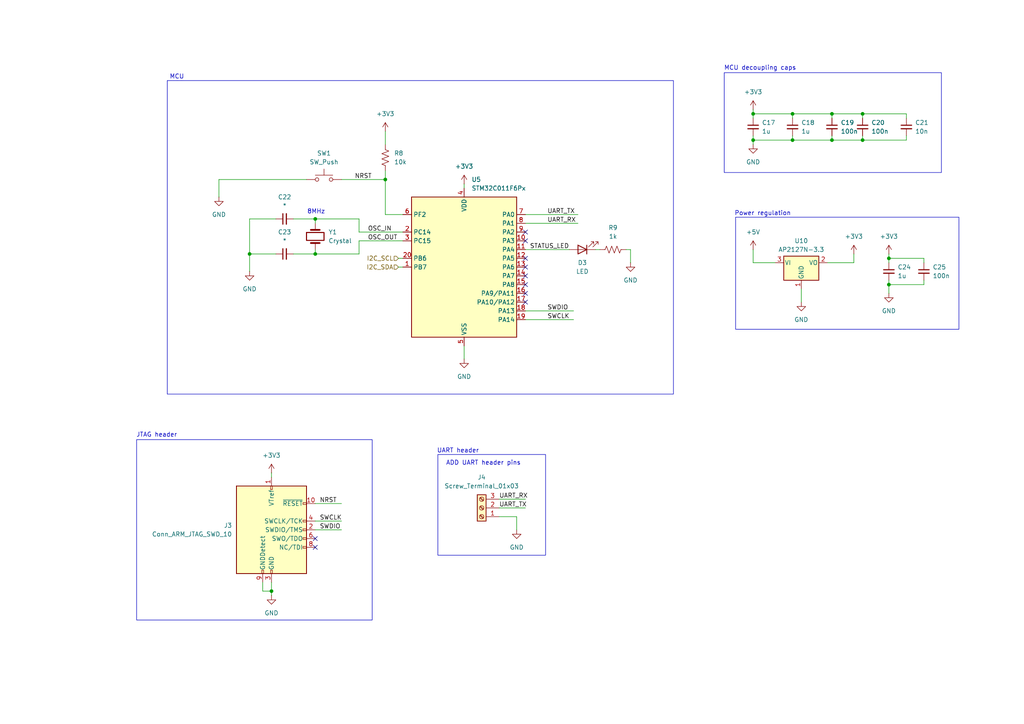
<source format=kicad_sch>
(kicad_sch (version 20250114) (generator "eeschema") (generator_version "9.0")
  (paper "A4")
  (lib_symbols
    (symbol "Connector:Conn_ARM_JTAG_SWD_10" (pin_names (offset 1.016))
      (property "Reference" "J" (at -2.54 16.51 0))
      (property "Value" "Conn_ARM_JTAG_SWD_10" (at -2.54 13.97 0))
      (symbol "Conn_ARM_JTAG_SWD_10_0_1"
        (rectangle (start -10.16 12.7) (end 10.16 -12.7) (stroke (width 0.254)) (fill (type background)))
        (rectangle (start -2.794 -12.7) (end -2.286 -11.684))
        (rectangle (start -0.254 12.7) (end 0.254 11.684))
        (rectangle (start -0.254 -12.7) (end 0.254 -11.684))
        (rectangle (start 9.144 2.286) (end 10.16 2.794))
        (rectangle (start 10.16 7.874) (end 9.144 7.366))
        (rectangle (start 10.16 -0.254) (end 9.144 0.254))
        (rectangle (start 10.16 -2.794) (end 9.144 -2.286))
      )
      (symbol "Conn_ARM_JTAG_SWD_10_1_1"
        (rectangle (start 9.144 -5.334) (end 10.16 -4.826))
        (pin no_connect line (at -10.16 0 0) (length 2.54) (hide yes) (name "KEY") (number "7"))
        (pin passive line (at -2.54 -15.24 90) (length 2.54) (name "GNDDetect") (number "9"))
        (pin power_in line (at 0 15.24 270) (length 2.54) (name "VTref") (number "1"))
        (pin power_in line (at 0 -15.24 90) (length 2.54) (name "GND") (number "3"))
        (pin passive line (at 0 -15.24 90) (length 2.54) (hide yes) (name "GND") (number "5"))
        (pin open_collector line (at 12.7 7.62 180) (length 2.54) (name "~{RESET}") (number "10"))
        (pin output line (at 12.7 2.54 180) (length 2.54) (name "SWCLK/TCK") (number "4"))
        (pin bidirectional line (at 12.7 0 180) (length 2.54) (name "SWDIO/TMS") (number "2"))
        (pin input line (at 12.7 -2.54 180) (length 2.54) (name "SWO/TDO") (number "6"))
        (pin output line (at 12.7 -5.08 180) (length 2.54) (name "NC/TDI") (number "8"))
      )
    )
    (symbol "Connector:Screw_Terminal_01x03" (pin_names (offset 1.016) (hide yes))
      (property "Reference" "J" (at 0 5.08 0))
      (property "Value" "Screw_Terminal_01x03" (at 0 -5.08 0))
      (symbol "Screw_Terminal_01x03_1_1"
        (rectangle (start -1.27 3.81) (end 1.27 -3.81) (stroke (width 0.254)) (fill (type background)))
        (polyline (pts (xy -0.5334 2.8702) (xy 0.3302 2.032)) (stroke (width 0.1524)))
        (polyline (pts (xy -0.5334 0.3302) (xy 0.3302 -0.508)) (stroke (width 0.1524)))
        (polyline (pts (xy -0.5334 -2.2098) (xy 0.3302 -3.048)) (stroke (width 0.1524)))
        (polyline (pts (xy -0.3556 3.048) (xy 0.508 2.2098)) (stroke (width 0.1524)))
        (polyline (pts (xy -0.3556 0.508) (xy 0.508 -0.3302)) (stroke (width 0.1524)))
        (polyline (pts (xy -0.3556 -2.032) (xy 0.508 -2.8702)) (stroke (width 0.1524)))
        (circle (center 0 2.54) (radius 0.635) (stroke (width 0.1524)))
        (circle (center 0 0) (radius 0.635) (stroke (width 0.1524)))
        (circle (center 0 -2.54) (radius 0.635) (stroke (width 0.1524)))
        (pin passive line (at -5.08 2.54 0) (length 3.81) (name "Pin_1") (number "1"))
        (pin passive line (at -5.08 0 0) (length 3.81) (name "Pin_2") (number "2"))
        (pin passive line (at -5.08 -2.54 0) (length 3.81) (name "Pin_3") (number "3"))
      )
    )
    (symbol "Device:C_Small" (pin_numbers (hide yes)) (pin_names (offset 0.254) (hide yes))
      (property "Reference" "C" (at 0.254 1.778 0))
      (property "Value" "C_Small" (at 0.254 -2.032 0))
      (symbol "C_Small_0_1"
        (polyline (pts (xy -1.524 0.508) (xy 1.524 0.508)) (stroke (width 0.3048)))
        (polyline (pts (xy -1.524 -0.508) (xy 1.524 -0.508)) (stroke (width 0.3302)))
      )
      (symbol "C_Small_1_1"
        (pin passive line (at 0 2.54 270) (length 2.032) (name "~") (number "1"))
        (pin passive line (at 0 -2.54 90) (length 2.032) (name "~") (number "2"))
      )
    )
    (symbol "Device:Crystal" (pin_numbers (hide yes)) (pin_names (offset 1.016) (hide yes))
      (property "Reference" "Y" (at 0 3.81 0))
      (property "Value" "Crystal" (at 0 -3.81 0))
      (symbol "Crystal_0_1"
        (polyline (pts (xy -2.54 0) (xy -1.905 0)))
        (polyline (pts (xy -1.905 -1.27) (xy -1.905 1.27)) (stroke (width 0.508)))
        (rectangle (start -1.143 2.54) (end 1.143 -2.54) (stroke (width 0.3048)))
        (polyline (pts (xy 1.905 -1.27) (xy 1.905 1.27)) (stroke (width 0.508)))
        (polyline (pts (xy 2.54 0) (xy 1.905 0)))
      )
      (symbol "Crystal_1_1"
        (pin passive line (at -3.81 0 0) (length 1.27) (name "1") (number "1"))
        (pin passive line (at 3.81 0 180) (length 1.27) (name "2") (number "2"))
      )
    )
    (symbol "Device:LED" (pin_numbers (hide yes)) (pin_names (offset 1.016) (hide yes))
      (property "Reference" "D" (at 0 2.54 0))
      (property "Value" "LED" (at 0 -2.54 0))
      (symbol "LED_0_1"
        (polyline (pts (xy -3.048 -0.762) (xy -4.572 -2.286) (xy -3.81 -2.286) (xy -4.572 -2.286) (xy -4.572 -1.524)))
        (polyline (pts (xy -1.778 -0.762) (xy -3.302 -2.286) (xy -2.54 -2.286) (xy -3.302 -2.286) (xy -3.302 -1.524)))
        (polyline (pts (xy -1.27 0) (xy 1.27 0)))
        (polyline (pts (xy -1.27 -1.27) (xy -1.27 1.27)) (stroke (width 0.254)))
        (polyline (pts (xy 1.27 -1.27) (xy 1.27 1.27) (xy -1.27 0) (xy 1.27 -1.27)) (stroke (width 0.254)))
      )
      (symbol "LED_1_1"
        (pin passive line (at -3.81 0 0) (length 2.54) (name "K") (number "1"))
        (pin passive line (at 3.81 0 180) (length 2.54) (name "A") (number "2"))
      )
    )
    (symbol "Device:R_US" (pin_numbers (hide yes)) (pin_names (offset 0))
      (property "Reference" "R" (at 2.54 0 90))
      (property "Value" "R_US" (at -2.54 0 90))
      (symbol "R_US_0_1"
        (polyline (pts (xy 0 2.286) (xy 0 2.54)))
        (polyline (pts (xy 0 2.286) (xy 1.016 1.905) (xy 0 1.524) (xy -1.016 1.143) (xy 0 0.762)))
        (polyline (pts (xy 0 0.762) (xy 1.016 0.381) (xy 0 0) (xy -1.016 -0.381) (xy 0 -0.762)))
        (polyline (pts (xy 0 -0.762) (xy 1.016 -1.143) (xy 0 -1.524) (xy -1.016 -1.905) (xy 0 -2.286)))
        (polyline (pts (xy 0 -2.286) (xy 0 -2.54)))
      )
      (symbol "R_US_1_1"
        (pin passive line (at 0 3.81 270) (length 1.27) (name "~") (number "1"))
        (pin passive line (at 0 -3.81 90) (length 1.27) (name "~") (number "2"))
      )
    )
    (symbol "MCU_ST_STM32C0:STM32C011F6Px"
      (property "Reference" "U" (at -15.24 21.59 0))
      (property "Value" "STM32C011F6Px" (at 2.54 21.59 0))
      (symbol "STM32C011F6Px_0_1"
        (rectangle (start -15.24 -20.32) (end 15.24 20.32) (stroke (width 0.254)) (fill (type background)))
      )
      (symbol "STM32C011F6Px_1_1"
        (pin bidirectional line (at -17.78 15.24 0) (length 2.54) (name "PF2") (number "6"))
        (pin bidirectional line (at -17.78 10.16 0) (length 2.54) (name "PC14") (number "2"))
        (pin bidirectional line (at -17.78 7.62 0) (length 2.54) (name "PC15") (number "3"))
        (pin bidirectional line (at -17.78 2.54 0) (length 2.54) (name "PB6") (number "20"))
        (pin bidirectional line (at -17.78 0 0) (length 2.54) (name "PB7") (number "1"))
        (pin power_in line (at 0 22.86 270) (length 2.54) (name "VDD") (number "4"))
        (pin power_in line (at 0 -22.86 90) (length 2.54) (name "VSS") (number "5"))
        (pin bidirectional line (at 17.78 15.24 180) (length 2.54) (name "PA0") (number "7"))
        (pin bidirectional line (at 17.78 12.7 180) (length 2.54) (name "PA1") (number "8"))
        (pin bidirectional line (at 17.78 10.16 180) (length 2.54) (name "PA2") (number "9"))
        (pin bidirectional line (at 17.78 7.62 180) (length 2.54) (name "PA3") (number "10"))
        (pin bidirectional line (at 17.78 5.08 180) (length 2.54) (name "PA4") (number "11"))
        (pin bidirectional line (at 17.78 2.54 180) (length 2.54) (name "PA5") (number "12"))
        (pin bidirectional line (at 17.78 0 180) (length 2.54) (name "PA6") (number "13"))
        (pin bidirectional line (at 17.78 -2.54 180) (length 2.54) (name "PA7") (number "14"))
        (pin bidirectional line (at 17.78 -5.08 180) (length 2.54) (name "PA8") (number "15"))
        (pin bidirectional line (at 17.78 -7.62 180) (length 2.54) (name "PA9/PA11") (number "16"))
        (pin bidirectional line (at 17.78 -10.16 180) (length 2.54) (name "PA10/PA12") (number "17"))
        (pin bidirectional line (at 17.78 -12.7 180) (length 2.54) (name "PA13") (number "18"))
        (pin bidirectional line (at 17.78 -15.24 180) (length 2.54) (name "PA14") (number "19"))
      )
    )
    (symbol "Regulator_Linear:AP2127N-3.3" (pin_names (offset 0.254))
      (property "Reference" "U" (at -3.81 3.175 0))
      (property "Value" "AP2127N-3.3" (at 0 3.175 0))
      (symbol "AP2127N-3.3_0_1"
        (rectangle (start -5.08 1.905) (end 5.08 -5.08) (stroke (width 0.254)) (fill (type background)))
      )
      (symbol "AP2127N-3.3_1_1"
        (pin power_in line (at -7.62 0 0) (length 2.54) (name "VI") (number "3"))
        (pin power_in line (at 0 -7.62 90) (length 2.54) (name "GND") (number "1"))
        (pin power_out line (at 7.62 0 180) (length 2.54) (name "VO") (number "2"))
      )
    )
    (symbol "Switch:SW_Push" (pin_numbers (hide yes)) (pin_names (offset 1.016) (hide yes))
      (property "Reference" "SW" (at 1.27 2.54 0))
      (property "Value" "SW_Push" (at 0 -1.524 0))
      (symbol "SW_Push_0_1"
        (circle (center -2.032 0) (radius 0.508))
        (polyline (pts (xy 0 1.27) (xy 0 3.048)))
        (circle (center 2.032 0) (radius 0.508))
        (polyline (pts (xy 2.54 1.27) (xy -2.54 1.27)))
        (pin passive line (at -5.08 0 0) (length 2.54) (name "1") (number "1"))
        (pin passive line (at 5.08 0 180) (length 2.54) (name "2") (number "2"))
      )
    )
    (symbol "power:+3V3" (power) (pin_numbers (hide yes)) (pin_names (offset 0) (hide yes))
      (property "Value" "+3V3" (at 0 3.556 0))
      (symbol "+3V3_0_1"
        (polyline (pts (xy -0.762 1.27) (xy 0 2.54)))
        (polyline (pts (xy 0 2.54) (xy 0.762 1.27)))
        (polyline (pts (xy 0 0) (xy 0 2.54)))
      )
      (symbol "+3V3_1_1"
        (pin power_in line (at 0 0 90) (length 0) (name "~") (number "1"))
      )
    )
    (symbol "power:+5V" (power) (pin_numbers (hide yes)) (pin_names (offset 0) (hide yes))
      (property "Value" "+5V" (at 0 3.556 0))
      (symbol "+5V_0_1"
        (polyline (pts (xy -0.762 1.27) (xy 0 2.54)))
        (polyline (pts (xy 0 2.54) (xy 0.762 1.27)))
        (polyline (pts (xy 0 0) (xy 0 2.54)))
      )
      (symbol "+5V_1_1"
        (pin power_in line (at 0 0 90) (length 0) (name "~") (number "1"))
      )
    )
    (symbol "power:GND" (power) (pin_numbers (hide yes)) (pin_names (offset 0) (hide yes))
      (property "Value" "GND" (at 0 -3.81 0))
      (symbol "GND_0_1"
        (polyline (pts (xy 0 0) (xy 0 -1.27) (xy 1.27 -1.27) (xy 0 -2.54) (xy -1.27 -1.27) (xy 0 -1.27)))
      )
      (symbol "GND_1_1"
        (pin power_in line (at 0 0 270) (length 0) (name "~") (number "1"))
      )
    )
  )
  (rectangle (start 210.058 21.082) (end 273.05 50.038))
  (rectangle (start 127 131.826) (end 158.242 161.036))
  (rectangle (start 39.624 127.508) (end 107.95 179.832))
  (rectangle (start 213.36 62.992) (end 278.13 95.504))
  (rectangle (start 48.514 23.368) (end 195.326 114.3))
  (text "ADD UART header pins\n" (at 140.208 134.366 0) (effects (font (size 1.27 1.27))))
  (text "JTAG header\n" (at 45.466 126.238 0) (effects (font (size 1.27 1.27))))
  (text "MCU decoupling caps\n" (at 220.472 19.812 0) (effects (font (size 1.27 1.27))))
  (text "UART header\n" (at 132.842 130.81 0) (effects (font (size 1.27 1.27))))
  (text "MCU\n" (at 51.308 22.352 0) (effects (font (size 1.27 1.27))))
  (text "Power regulation\n" (at 221.234 61.976 0) (effects (font (size 1.27 1.27))))
  (text "8MHz\n" (at 91.694 61.468 0) (effects (font (size 1.27 1.27))))
  (junction (at 229.87 40.64))
  (junction (at 78.74 171.45))
  (junction (at 91.44 63.5))
  (junction (at 257.81 82.55))
  (junction (at 218.44 40.64))
  (junction (at 91.44 73.66))
  (junction (at 72.39 73.66))
  (junction (at 111.76 52.07))
  (junction (at 250.19 33.02))
  (junction (at 241.3 33.02))
  (junction (at 241.3 40.64))
  (junction (at 257.81 74.93))
  (junction (at 229.87 33.02))
  (junction (at 218.44 33.02))
  (junction (at 250.19 40.64))
  (no_connect (at 152.4 74.93))
  (no_connect (at 91.44 158.75))
  (no_connect (at 152.4 87.63))
  (no_connect (at 152.4 67.31))
  (no_connect (at 152.4 77.47))
  (no_connect (at 152.4 69.85))
  (no_connect (at 91.44 156.21))
  (no_connect (at 152.4 80.01))
  (no_connect (at 152.4 85.09))
  (no_connect (at 152.4 82.55))
  (wire (pts (xy 224.79 76.2) (xy 218.44 76.2)))
  (wire (pts (xy 63.5 52.07) (xy 63.5 57.15)))
  (wire (pts (xy 111.76 52.07) (xy 111.76 62.23)))
  (wire (pts (xy 104.14 69.85) (xy 104.14 73.66)))
  (wire (pts (xy 229.87 40.64) (xy 241.3 40.64)))
  (wire (pts (xy 172.72 72.39) (xy 173.99 72.39)))
  (wire (pts (xy 152.4 62.23) (xy 167.64 62.23)))
  (wire (pts (xy 99.06 52.07) (xy 111.76 52.07)))
  (wire (pts (xy 134.62 100.33) (xy 134.62 104.14)))
  (wire (pts (xy 85.09 63.5) (xy 91.44 63.5)))
  (wire (pts (xy 229.87 33.02) (xy 241.3 33.02)))
  (wire (pts (xy 267.97 82.55) (xy 267.97 81.28)))
  (wire (pts (xy 149.86 149.86) (xy 149.86 153.67)))
  (wire (pts (xy 115.57 74.93) (xy 116.84 74.93)))
  (wire (pts (xy 78.74 137.16) (xy 78.74 138.43)))
  (wire (pts (xy 182.88 72.39) (xy 182.88 76.2)))
  (wire (pts (xy 241.3 40.64) (xy 250.19 40.64)))
  (wire (pts (xy 78.74 171.45) (xy 78.74 172.72)))
  (wire (pts (xy 144.78 149.86) (xy 149.86 149.86)))
  (wire (pts (xy 152.4 72.39) (xy 165.1 72.39)))
  (wire (pts (xy 91.44 63.5) (xy 104.14 63.5)))
  (wire (pts (xy 241.3 33.02) (xy 250.19 33.02)))
  (wire (pts (xy 218.44 33.02) (xy 218.44 34.29)))
  (wire (pts (xy 152.4 92.71) (xy 166.37 92.71)))
  (wire (pts (xy 218.44 33.02) (xy 229.87 33.02)))
  (wire (pts (xy 80.01 63.5) (xy 72.39 63.5)))
  (wire (pts (xy 144.78 147.32) (xy 152.4 147.32)))
  (wire (pts (xy 250.19 33.02) (xy 262.89 33.02)))
  (wire (pts (xy 257.81 81.28) (xy 257.81 82.55)))
  (wire (pts (xy 115.57 77.47) (xy 116.84 77.47)))
  (wire (pts (xy 134.62 53.34) (xy 134.62 54.61)))
  (wire (pts (xy 267.97 76.2) (xy 267.97 74.93)))
  (wire (pts (xy 218.44 40.64) (xy 229.87 40.64)))
  (wire (pts (xy 152.4 90.17) (xy 166.37 90.17)))
  (wire (pts (xy 218.44 39.37) (xy 218.44 40.64)))
  (wire (pts (xy 91.44 63.5) (xy 91.44 64.77)))
  (wire (pts (xy 91.44 153.67) (xy 99.06 153.67)))
  (wire (pts (xy 241.3 33.02) (xy 241.3 34.29)))
  (wire (pts (xy 152.4 64.77) (xy 167.64 64.77)))
  (wire (pts (xy 104.14 63.5) (xy 104.14 67.31)))
  (wire (pts (xy 247.65 73.66) (xy 247.65 76.2)))
  (wire (pts (xy 72.39 73.66) (xy 72.39 78.74)))
  (wire (pts (xy 104.14 67.31) (xy 116.84 67.31)))
  (wire (pts (xy 240.03 76.2) (xy 247.65 76.2)))
  (wire (pts (xy 250.19 33.02) (xy 250.19 34.29)))
  (wire (pts (xy 91.44 146.05) (xy 99.06 146.05)))
  (wire (pts (xy 182.88 72.39) (xy 181.61 72.39)))
  (wire (pts (xy 85.09 73.66) (xy 91.44 73.66)))
  (wire (pts (xy 91.44 151.13) (xy 99.06 151.13)))
  (wire (pts (xy 144.78 144.78) (xy 152.4 144.78)))
  (wire (pts (xy 257.81 82.55) (xy 267.97 82.55)))
  (wire (pts (xy 257.81 73.66) (xy 257.81 74.93)))
  (wire (pts (xy 262.89 39.37) (xy 262.89 40.64)))
  (wire (pts (xy 218.44 72.39) (xy 218.44 76.2)))
  (wire (pts (xy 88.9 52.07) (xy 63.5 52.07)))
  (wire (pts (xy 218.44 31.75) (xy 218.44 33.02)))
  (wire (pts (xy 218.44 40.64) (xy 218.44 41.91)))
  (wire (pts (xy 78.74 168.91) (xy 78.74 171.45)))
  (wire (pts (xy 76.2 168.91) (xy 76.2 171.45)))
  (wire (pts (xy 72.39 63.5) (xy 72.39 73.66)))
  (wire (pts (xy 262.89 40.64) (xy 250.19 40.64)))
  (wire (pts (xy 229.87 33.02) (xy 229.87 34.29)))
  (wire (pts (xy 111.76 38.1) (xy 111.76 41.91)))
  (wire (pts (xy 257.81 74.93) (xy 257.81 76.2)))
  (wire (pts (xy 229.87 39.37) (xy 229.87 40.64)))
  (wire (pts (xy 267.97 74.93) (xy 257.81 74.93)))
  (wire (pts (xy 72.39 73.66) (xy 80.01 73.66)))
  (wire (pts (xy 250.19 40.64) (xy 250.19 39.37)))
  (wire (pts (xy 116.84 69.85) (xy 104.14 69.85)))
  (wire (pts (xy 116.84 62.23) (xy 111.76 62.23)))
  (wire (pts (xy 104.14 73.66) (xy 91.44 73.66)))
  (wire (pts (xy 76.2 171.45) (xy 78.74 171.45)))
  (wire (pts (xy 262.89 33.02) (xy 262.89 34.29)))
  (wire (pts (xy 91.44 73.66) (xy 91.44 72.39)))
  (wire (pts (xy 232.41 83.82) (xy 232.41 87.63)))
  (wire (pts (xy 241.3 39.37) (xy 241.3 40.64)))
  (wire (pts (xy 257.81 82.55) (xy 257.81 85.09)))
  (wire (pts (xy 111.76 49.53) (xy 111.76 52.07)))
  (label "OSC_OUT" (at 106.68 69.85 0))
  (label "UART_RX" (at 158.75 64.77 0))
  (label "UART_RX" (at 144.78 144.78 0))
  (label "SWDIO" (at 158.75 90.17 0))
  (label "UART_TX" (at 158.75 62.23 0))
  (label "SWDIO" (at 92.71 153.67 0))
  (label "SWCLK" (at 158.75 92.71 0))
  (label "NRST" (at 102.87 52.07 0))
  (label "STATUS_LED" (at 153.67 72.39 0))
  (label "UART_TX" (at 144.78 147.32 0))
  (label "SWCLK" (at 92.71 151.13 0))
  (label "OSC_IN" (at 106.68 67.31 0))
  (label "NRST" (at 92.71 146.05 0))
  (hierarchical_label "I2C_SCL" (shape input) (at 115.57 74.93 180))
  (hierarchical_label "I2C_SDA" (shape input) (at 115.57 77.47 180))
  (symbol (lib_id "Device:Crystal") (at 91.44 68.58 90) (unit 1)
    (property "Reference" "Y1" (at 95.25 67.3099 90) (effects (justify right)))
    (property "Value" "Crystal" (at 95.25 69.8499 90) (effects (justify right)))
    (property "Description" "Two pin crystal" (effects (hide yes)))
  )
  (symbol (lib_id "power:+3V3") (at 111.76 38.1 0) (unit 1)
    (property "Reference" "#PWR042" (effects (hide yes)))
    (property "Value" "+3V3" (at 111.76 33.02 0))
    (property "Description" "Power symbol creates a global label with name \"+3V3\"" (effects (hide yes)))
  )
  (symbol (lib_id "power:GND") (at 182.88 76.2 0) (unit 1)
    (property "Reference" "#PWR044" (effects (hide yes)))
    (property "Value" "GND" (at 182.88 81.28 0))
    (property "Description" "Power symbol creates a global label with name \"GND\" , ground" (effects (hide yes)))
  )
  (symbol (lib_id "Device:C_Small") (at 229.87 36.83 0) (unit 1)
    (property "Reference" "C18" (at 232.41 35.5662 0) (effects (justify left)))
    (property "Value" "1u" (at 232.41 38.1062 0) (effects (justify left)))
    (property "Footprint" "Capacitor_SMD:C_0603_1608Metric_Pad1.08x0.95mm_HandSolder" (effects (hide yes)))
    (property "Description" "Unpolarized capacitor, small symbol" (effects (hide yes)))
  )
  (symbol (lib_id "Device:R_US") (at 111.76 45.72 0) (unit 1)
    (property "Reference" "R8" (at 114.3 44.4499 0) (effects (justify left)))
    (property "Value" "10k" (at 114.3 46.9899 0) (effects (justify left)))
    (property "Footprint" "Resistor_SMD:R_0603_1608Metric_Pad0.98x0.95mm_HandSolder" (effects (hide yes)))
    (property "Description" "Resistor, US symbol" (effects (hide yes)))
  )
  (symbol (lib_id "Regulator_Linear:AP2127N-3.3") (at 232.41 76.2 0) (unit 1)
    (property "Reference" "U10" (at 232.41 69.85 0))
    (property "Value" "AP2127N-3.3" (at 232.41 72.39 0))
    (property "Footprint" "Package_TO_SOT_SMD:SOT-23" (effects (hide yes)))
    (property "Datasheet" "https://www.diodes.com/assets/Datasheets/AP2127.pdf" (effects (hide yes)))
    (property "Description" "300mA low dropout linear regulator, shutdown pin, 2.5V-6V input voltage, 3.3V fixed positive output, SOT-23 package" (effects (hide yes)))
  )
  (symbol (lib_id "Device:LED") (at 168.91 72.39 180) (unit 1)
    (property "Reference" "D3" (at 168.91 76.2 0))
    (property "Value" "LED" (at 168.91 78.74 0))
    (property "Footprint" "LED_SMD:LED_0603_1608Metric_Pad1.05x0.95mm_HandSolder" (effects (hide yes)))
    (property "Description" "Light emitting diode" (effects (hide yes)))
    (property "Sim.Pins" "1=K 2=A" (effects (hide yes)))
  )
  (symbol (lib_id "Device:C_Small") (at 218.44 36.83 0) (unit 1)
    (property "Reference" "C17" (at 220.98 35.5662 0) (effects (justify left)))
    (property "Value" "1u" (at 220.98 38.1062 0) (effects (justify left)))
    (property "Footprint" "Capacitor_SMD:C_0603_1608Metric_Pad1.08x0.95mm_HandSolder" (effects (hide yes)))
    (property "Description" "Unpolarized capacitor, small symbol" (effects (hide yes)))
  )
  (symbol (lib_id "Device:C_Small") (at 82.55 63.5 90) (unit 1)
    (property "Reference" "C22" (at 82.5563 57.15 90))
    (property "Value" "*" (at 82.5563 59.69 90))
    (property "Footprint" "Capacitor_SMD:C_0603_1608Metric_Pad1.08x0.95mm_HandSolder" (effects (hide yes)))
    (property "Description" "Unpolarized capacitor, small symbol" (effects (hide yes)))
  )
  (symbol (lib_id "power:+3V3") (at 257.81 73.66 0) (unit 1)
    (property "Reference" "#PWR051" (effects (hide yes)))
    (property "Value" "+3V3" (at 257.81 68.58 0))
    (property "Description" "Power symbol creates a global label with name \"+3V3\"" (effects (hide yes)))
  )
  (symbol (lib_id "power:GND") (at 232.41 87.63 0) (unit 1)
    (property "Reference" "#PWR050" (effects (hide yes)))
    (property "Value" "GND" (at 232.41 92.71 0))
    (property "Description" "Power symbol creates a global label with name \"GND\" , ground" (effects (hide yes)))
  )
  (symbol (lib_id "power:GND") (at 149.86 153.67 0) (unit 1)
    (property "Reference" "#PWR047" (effects (hide yes)))
    (property "Value" "GND" (at 149.86 158.75 0))
    (property "Description" "Power symbol creates a global label with name \"GND\" , ground" (effects (hide yes)))
  )
  (symbol (lib_id "Switch:SW_Push") (at 93.98 52.07 0) (unit 1)
    (property "Reference" "SW1" (at 93.98 44.45 0))
    (property "Value" "SW_Push" (at 93.98 46.99 0))
    (property "Footprint" "Button_Switch_THT:SW_PUSH_6mm" (effects (hide yes)))
    (property "Description" "Push button switch, generic, two pins" (effects (hide yes)))
  )
  (symbol (lib_id "Device:C_Small") (at 262.89 36.83 0) (unit 1)
    (property "Reference" "C21" (at 265.43 35.5662 0) (effects (justify left)))
    (property "Value" "10n" (at 265.43 38.1062 0) (effects (justify left)))
    (property "Footprint" "Capacitor_SMD:C_0603_1608Metric_Pad1.08x0.95mm_HandSolder" (effects (hide yes)))
    (property "Description" "Unpolarized capacitor, small symbol" (effects (hide yes)))
  )
  (symbol (lib_id "Device:C_Small") (at 267.97 78.74 0) (unit 1)
    (property "Reference" "C25" (at 270.51 77.4762 0) (effects (justify left)))
    (property "Value" "100n" (at 270.51 80.0162 0) (effects (justify left)))
    (property "Footprint" "Capacitor_SMD:C_0603_1608Metric_Pad1.08x0.95mm_HandSolder" (effects (hide yes)))
    (property "Description" "Unpolarized capacitor, small symbol" (effects (hide yes)))
  )
  (symbol (lib_id "power:+3V3") (at 134.62 53.34 0) (unit 1)
    (property "Reference" "#PWR026" (effects (hide yes)))
    (property "Value" "+3V3" (at 134.62 48.26 0))
    (property "Description" "Power symbol creates a global label with name \"+3V3\"" (effects (hide yes)))
  )
  (symbol (lib_id "power:+3V3") (at 218.44 31.75 0) (unit 1)
    (property "Reference" "#PWR039" (effects (hide yes)))
    (property "Value" "+3V3" (at 218.44 26.67 0))
    (property "Description" "Power symbol creates a global label with name \"+3V3\"" (effects (hide yes)))
  )
  (symbol (lib_id "Connector:Conn_ARM_JTAG_SWD_10") (at 78.74 153.67 0) (unit 1)
    (property "Reference" "J3" (at 67.31 152.3999 0) (effects (justify right)))
    (property "Value" "Conn_ARM_JTAG_SWD_10" (at 67.31 154.9399 0) (effects (justify right)))
    (property "Datasheet" "http://infocenter.arm.com/help/topic/com.arm.doc.ddi0314h/DDI0314H_coresight_components_trm.pdf" (effects (hide yes)))
    (property "Description" "Cortex Debug Connector, standard ARM Cortex-M SWD and JTAG interface" (effects (hide yes)))
  )
  (symbol (lib_id "Device:C_Small") (at 82.55 73.66 90) (unit 1)
    (property "Reference" "C23" (at 82.5563 67.31 90))
    (property "Value" "*" (at 82.5563 69.85 90))
    (property "Footprint" "Capacitor_SMD:C_0603_1608Metric_Pad1.08x0.95mm_HandSolder" (effects (hide yes)))
    (property "Description" "Unpolarized capacitor, small symbol" (effects (hide yes)))
  )
  (symbol (lib_id "power:GND") (at 63.5 57.15 0) (unit 1)
    (property "Reference" "#PWR043" (effects (hide yes)))
    (property "Value" "GND" (at 63.5 62.23 0))
    (property "Description" "Power symbol creates a global label with name \"GND\" , ground" (effects (hide yes)))
  )
  (symbol (lib_id "power:+5V") (at 218.44 72.39 0) (unit 1)
    (property "Reference" "#PWR048" (effects (hide yes)))
    (property "Value" "+5V" (at 218.44 67.31 0))
    (property "Description" "Power symbol creates a global label with name \"+5V\"" (effects (hide yes)))
  )
  (symbol (lib_id "power:GND") (at 257.81 85.09 0) (unit 1)
    (property "Reference" "#PWR052" (effects (hide yes)))
    (property "Value" "GND" (at 257.81 90.17 0))
    (property "Description" "Power symbol creates a global label with name \"GND\" , ground" (effects (hide yes)))
  )
  (symbol (lib_id "Device:R_US") (at 177.8 72.39 270) (unit 1)
    (property "Reference" "R9" (at 177.8 66.04 90))
    (property "Value" "1k" (at 177.8 68.58 90))
    (property "Footprint" "Resistor_SMD:R_0603_1608Metric_Pad0.98x0.95mm_HandSolder" (effects (hide yes)))
    (property "Description" "Resistor, US symbol" (effects (hide yes)))
  )
  (symbol (lib_id "power:+3V3") (at 78.74 137.16 0) (unit 1)
    (property "Reference" "#PWR045" (effects (hide yes)))
    (property "Value" "+3V3" (at 78.74 132.08 0))
    (property "Description" "Power symbol creates a global label with name \"+3V3\"" (effects (hide yes)))
  )
  (symbol (lib_id "power:+3V3") (at 247.65 73.66 0) (unit 1)
    (property "Reference" "#PWR049" (effects (hide yes)))
    (property "Value" "+3V3" (at 247.65 68.58 0))
    (property "Description" "Power symbol creates a global label with name \"+3V3\"" (effects (hide yes)))
  )
  (symbol (lib_id "power:GND") (at 72.39 78.74 0) (unit 1)
    (property "Reference" "#PWR041" (effects (hide yes)))
    (property "Value" "GND" (at 72.39 83.82 0))
    (property "Description" "Power symbol creates a global label with name \"GND\" , ground" (effects (hide yes)))
  )
  (symbol (lib_id "power:GND") (at 134.62 104.14 0) (unit 1)
    (property "Reference" "#PWR027" (effects (hide yes)))
    (property "Value" "GND" (at 134.62 109.22 0))
    (property "Description" "Power symbol creates a global label with name \"GND\" , ground" (effects (hide yes)))
  )
  (symbol (lib_id "power:GND") (at 218.44 41.91 0) (unit 1)
    (property "Reference" "#PWR040" (effects (hide yes)))
    (property "Value" "GND" (at 218.44 46.99 0))
    (property "Description" "Power symbol creates a global label with name \"GND\" , ground" (effects (hide yes)))
  )
  (symbol (lib_id "Device:C_Small") (at 250.19 36.83 0) (unit 1)
    (property "Reference" "C20" (at 252.73 35.5662 0) (effects (justify left)))
    (property "Value" "100n" (at 252.73 38.1062 0) (effects (justify left)))
    (property "Footprint" "Capacitor_SMD:C_0603_1608Metric_Pad1.08x0.95mm_HandSolder" (effects (hide yes)))
    (property "Description" "Unpolarized capacitor, small symbol" (effects (hide yes)))
  )
  (symbol (lib_id "Connector:Screw_Terminal_01x03") (at 139.7 147.32 180) (unit 1)
    (property "Reference" "J4" (at 139.7 138.43 0))
    (property "Value" "Screw_Terminal_01x03" (at 139.7 140.97 0))
    (property "Footprint" "TerminalBlock_Phoenix:TerminalBlock_Phoenix_PT-1,5-3-3.5-H_1x03_P3.50mm_Horizontal" (effects (hide yes)))
    (property "Description" "Generic screw terminal, single row, 01x03, script generated (kicad-library-utils/schlib/autogen/connector/)" (effects (hide yes)))
  )
  (symbol (lib_id "MCU_ST_STM32C0:STM32C011F6Px") (at 134.62 77.47 0) (unit 1)
    (property "Reference" "U5" (at 136.7633 52.07 0) (effects (justify left)))
    (property "Value" "STM32C011F6Px" (at 136.7633 54.61 0) (effects (justify left)))
    (property "Footprint" "Package_SO:TSSOP-20_4.4x6.5mm_P0.65mm" (effects (hide yes)))
    (property "Datasheet" "https://www.st.com/resource/en/datasheet/stm32c011f6.pdf" (effects (hide yes)))
    (property "Description" "STMicroelectronics Arm Cortex-M0+ MCU, 32KB flash, 6KB RAM, 48 MHz, 2.0-3.6V, 18 GPIO, TSSOP20" (effects (hide yes)))
  )
  (symbol (lib_id "Device:C_Small") (at 241.3 36.83 0) (unit 1)
    (property "Reference" "C19" (at 243.84 35.5662 0) (effects (justify left)))
    (property "Value" "100n" (at 243.84 38.1062 0) (effects (justify left)))
    (property "Footprint" "Capacitor_SMD:C_0603_1608Metric_Pad1.08x0.95mm_HandSolder" (effects (hide yes)))
    (property "Description" "Unpolarized capacitor, small symbol" (effects (hide yes)))
  )
  (symbol (lib_id "Device:C_Small") (at 257.81 78.74 0) (unit 1)
    (property "Reference" "C24" (at 260.35 77.4762 0) (effects (justify left)))
    (property "Value" "1u" (at 260.35 80.0162 0) (effects (justify left)))
    (property "Footprint" "Capacitor_SMD:C_0603_1608Metric_Pad1.08x0.95mm_HandSolder" (effects (hide yes)))
    (property "Description" "Unpolarized capacitor, small symbol" (effects (hide yes)))
  )
  (symbol (lib_id "power:GND") (at 78.74 172.72 0) (unit 1)
    (property "Reference" "#PWR046" (effects (hide yes)))
    (property "Value" "GND" (at 78.74 177.8 0))
    (property "Description" "Power symbol creates a global label with name \"GND\" , ground" (effects (hide yes)))
  )
)
</source>
